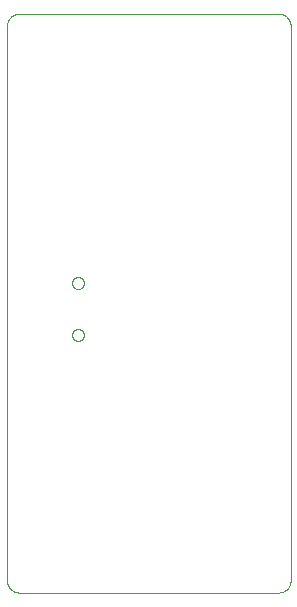
<source format=gbo>
G75*
%MOIN*%
%OFA0B0*%
%FSLAX25Y25*%
%IPPOS*%
%LPD*%
%AMOC8*
5,1,8,0,0,1.08239X$1,22.5*
%
%ADD10C,0.00000*%
D10*
X0001500Y0005437D02*
X0001500Y0190476D01*
X0001502Y0190600D01*
X0001508Y0190723D01*
X0001517Y0190847D01*
X0001531Y0190969D01*
X0001548Y0191092D01*
X0001570Y0191214D01*
X0001595Y0191335D01*
X0001624Y0191455D01*
X0001656Y0191574D01*
X0001693Y0191693D01*
X0001733Y0191810D01*
X0001776Y0191925D01*
X0001824Y0192040D01*
X0001875Y0192152D01*
X0001929Y0192263D01*
X0001987Y0192373D01*
X0002048Y0192480D01*
X0002113Y0192586D01*
X0002181Y0192689D01*
X0002252Y0192790D01*
X0002326Y0192889D01*
X0002403Y0192986D01*
X0002484Y0193080D01*
X0002567Y0193171D01*
X0002653Y0193260D01*
X0002742Y0193346D01*
X0002833Y0193429D01*
X0002927Y0193510D01*
X0003024Y0193587D01*
X0003123Y0193661D01*
X0003224Y0193732D01*
X0003327Y0193800D01*
X0003433Y0193865D01*
X0003540Y0193926D01*
X0003650Y0193984D01*
X0003761Y0194038D01*
X0003873Y0194089D01*
X0003988Y0194137D01*
X0004103Y0194180D01*
X0004220Y0194220D01*
X0004339Y0194257D01*
X0004458Y0194289D01*
X0004578Y0194318D01*
X0004699Y0194343D01*
X0004821Y0194365D01*
X0004944Y0194382D01*
X0005066Y0194396D01*
X0005190Y0194405D01*
X0005313Y0194411D01*
X0005437Y0194413D01*
X0092051Y0194413D01*
X0092175Y0194411D01*
X0092298Y0194405D01*
X0092422Y0194396D01*
X0092544Y0194382D01*
X0092667Y0194365D01*
X0092789Y0194343D01*
X0092910Y0194318D01*
X0093030Y0194289D01*
X0093149Y0194257D01*
X0093268Y0194220D01*
X0093385Y0194180D01*
X0093500Y0194137D01*
X0093615Y0194089D01*
X0093727Y0194038D01*
X0093838Y0193984D01*
X0093948Y0193926D01*
X0094055Y0193865D01*
X0094161Y0193800D01*
X0094264Y0193732D01*
X0094365Y0193661D01*
X0094464Y0193587D01*
X0094561Y0193510D01*
X0094655Y0193429D01*
X0094746Y0193346D01*
X0094835Y0193260D01*
X0094921Y0193171D01*
X0095004Y0193080D01*
X0095085Y0192986D01*
X0095162Y0192889D01*
X0095236Y0192790D01*
X0095307Y0192689D01*
X0095375Y0192586D01*
X0095440Y0192480D01*
X0095501Y0192373D01*
X0095559Y0192263D01*
X0095613Y0192152D01*
X0095664Y0192040D01*
X0095712Y0191925D01*
X0095755Y0191810D01*
X0095795Y0191693D01*
X0095832Y0191574D01*
X0095864Y0191455D01*
X0095893Y0191335D01*
X0095918Y0191214D01*
X0095940Y0191092D01*
X0095957Y0190969D01*
X0095971Y0190847D01*
X0095980Y0190723D01*
X0095986Y0190600D01*
X0095988Y0190476D01*
X0095988Y0005437D01*
X0095986Y0005313D01*
X0095980Y0005190D01*
X0095971Y0005066D01*
X0095957Y0004944D01*
X0095940Y0004821D01*
X0095918Y0004699D01*
X0095893Y0004578D01*
X0095864Y0004458D01*
X0095832Y0004339D01*
X0095795Y0004220D01*
X0095755Y0004103D01*
X0095712Y0003988D01*
X0095664Y0003873D01*
X0095613Y0003761D01*
X0095559Y0003650D01*
X0095501Y0003540D01*
X0095440Y0003433D01*
X0095375Y0003327D01*
X0095307Y0003224D01*
X0095236Y0003123D01*
X0095162Y0003024D01*
X0095085Y0002927D01*
X0095004Y0002833D01*
X0094921Y0002742D01*
X0094835Y0002653D01*
X0094746Y0002567D01*
X0094655Y0002484D01*
X0094561Y0002403D01*
X0094464Y0002326D01*
X0094365Y0002252D01*
X0094264Y0002181D01*
X0094161Y0002113D01*
X0094055Y0002048D01*
X0093948Y0001987D01*
X0093838Y0001929D01*
X0093727Y0001875D01*
X0093615Y0001824D01*
X0093500Y0001776D01*
X0093385Y0001733D01*
X0093268Y0001693D01*
X0093149Y0001656D01*
X0093030Y0001624D01*
X0092910Y0001595D01*
X0092789Y0001570D01*
X0092667Y0001548D01*
X0092544Y0001531D01*
X0092422Y0001517D01*
X0092298Y0001508D01*
X0092175Y0001502D01*
X0092051Y0001500D01*
X0005437Y0001500D01*
X0005313Y0001502D01*
X0005190Y0001508D01*
X0005066Y0001517D01*
X0004944Y0001531D01*
X0004821Y0001548D01*
X0004699Y0001570D01*
X0004578Y0001595D01*
X0004458Y0001624D01*
X0004339Y0001656D01*
X0004220Y0001693D01*
X0004103Y0001733D01*
X0003988Y0001776D01*
X0003873Y0001824D01*
X0003761Y0001875D01*
X0003650Y0001929D01*
X0003540Y0001987D01*
X0003433Y0002048D01*
X0003327Y0002113D01*
X0003224Y0002181D01*
X0003123Y0002252D01*
X0003024Y0002326D01*
X0002927Y0002403D01*
X0002833Y0002484D01*
X0002742Y0002567D01*
X0002653Y0002653D01*
X0002567Y0002742D01*
X0002484Y0002833D01*
X0002403Y0002927D01*
X0002326Y0003024D01*
X0002252Y0003123D01*
X0002181Y0003224D01*
X0002113Y0003327D01*
X0002048Y0003433D01*
X0001987Y0003540D01*
X0001929Y0003650D01*
X0001875Y0003761D01*
X0001824Y0003873D01*
X0001776Y0003988D01*
X0001733Y0004103D01*
X0001693Y0004220D01*
X0001656Y0004339D01*
X0001624Y0004458D01*
X0001595Y0004578D01*
X0001570Y0004699D01*
X0001548Y0004821D01*
X0001531Y0004944D01*
X0001517Y0005066D01*
X0001508Y0005190D01*
X0001502Y0005313D01*
X0001500Y0005437D01*
X0023153Y0087327D02*
X0023155Y0087415D01*
X0023161Y0087503D01*
X0023171Y0087591D01*
X0023185Y0087679D01*
X0023202Y0087765D01*
X0023224Y0087851D01*
X0023249Y0087935D01*
X0023279Y0088019D01*
X0023311Y0088101D01*
X0023348Y0088181D01*
X0023388Y0088260D01*
X0023432Y0088337D01*
X0023479Y0088412D01*
X0023529Y0088484D01*
X0023583Y0088555D01*
X0023639Y0088622D01*
X0023699Y0088688D01*
X0023761Y0088750D01*
X0023827Y0088810D01*
X0023894Y0088866D01*
X0023965Y0088920D01*
X0024037Y0088970D01*
X0024112Y0089017D01*
X0024189Y0089061D01*
X0024268Y0089101D01*
X0024348Y0089138D01*
X0024430Y0089170D01*
X0024514Y0089200D01*
X0024598Y0089225D01*
X0024684Y0089247D01*
X0024770Y0089264D01*
X0024858Y0089278D01*
X0024946Y0089288D01*
X0025034Y0089294D01*
X0025122Y0089296D01*
X0025210Y0089294D01*
X0025298Y0089288D01*
X0025386Y0089278D01*
X0025474Y0089264D01*
X0025560Y0089247D01*
X0025646Y0089225D01*
X0025730Y0089200D01*
X0025814Y0089170D01*
X0025896Y0089138D01*
X0025976Y0089101D01*
X0026055Y0089061D01*
X0026132Y0089017D01*
X0026207Y0088970D01*
X0026279Y0088920D01*
X0026350Y0088866D01*
X0026417Y0088810D01*
X0026483Y0088750D01*
X0026545Y0088688D01*
X0026605Y0088622D01*
X0026661Y0088555D01*
X0026715Y0088484D01*
X0026765Y0088412D01*
X0026812Y0088337D01*
X0026856Y0088260D01*
X0026896Y0088181D01*
X0026933Y0088101D01*
X0026965Y0088019D01*
X0026995Y0087935D01*
X0027020Y0087851D01*
X0027042Y0087765D01*
X0027059Y0087679D01*
X0027073Y0087591D01*
X0027083Y0087503D01*
X0027089Y0087415D01*
X0027091Y0087327D01*
X0027089Y0087239D01*
X0027083Y0087151D01*
X0027073Y0087063D01*
X0027059Y0086975D01*
X0027042Y0086889D01*
X0027020Y0086803D01*
X0026995Y0086719D01*
X0026965Y0086635D01*
X0026933Y0086553D01*
X0026896Y0086473D01*
X0026856Y0086394D01*
X0026812Y0086317D01*
X0026765Y0086242D01*
X0026715Y0086170D01*
X0026661Y0086099D01*
X0026605Y0086032D01*
X0026545Y0085966D01*
X0026483Y0085904D01*
X0026417Y0085844D01*
X0026350Y0085788D01*
X0026279Y0085734D01*
X0026207Y0085684D01*
X0026132Y0085637D01*
X0026055Y0085593D01*
X0025976Y0085553D01*
X0025896Y0085516D01*
X0025814Y0085484D01*
X0025730Y0085454D01*
X0025646Y0085429D01*
X0025560Y0085407D01*
X0025474Y0085390D01*
X0025386Y0085376D01*
X0025298Y0085366D01*
X0025210Y0085360D01*
X0025122Y0085358D01*
X0025034Y0085360D01*
X0024946Y0085366D01*
X0024858Y0085376D01*
X0024770Y0085390D01*
X0024684Y0085407D01*
X0024598Y0085429D01*
X0024514Y0085454D01*
X0024430Y0085484D01*
X0024348Y0085516D01*
X0024268Y0085553D01*
X0024189Y0085593D01*
X0024112Y0085637D01*
X0024037Y0085684D01*
X0023965Y0085734D01*
X0023894Y0085788D01*
X0023827Y0085844D01*
X0023761Y0085904D01*
X0023699Y0085966D01*
X0023639Y0086032D01*
X0023583Y0086099D01*
X0023529Y0086170D01*
X0023479Y0086242D01*
X0023432Y0086317D01*
X0023388Y0086394D01*
X0023348Y0086473D01*
X0023311Y0086553D01*
X0023279Y0086635D01*
X0023249Y0086719D01*
X0023224Y0086803D01*
X0023202Y0086889D01*
X0023185Y0086975D01*
X0023171Y0087063D01*
X0023161Y0087151D01*
X0023155Y0087239D01*
X0023153Y0087327D01*
X0023153Y0104650D02*
X0023155Y0104738D01*
X0023161Y0104826D01*
X0023171Y0104914D01*
X0023185Y0105002D01*
X0023202Y0105088D01*
X0023224Y0105174D01*
X0023249Y0105258D01*
X0023279Y0105342D01*
X0023311Y0105424D01*
X0023348Y0105504D01*
X0023388Y0105583D01*
X0023432Y0105660D01*
X0023479Y0105735D01*
X0023529Y0105807D01*
X0023583Y0105878D01*
X0023639Y0105945D01*
X0023699Y0106011D01*
X0023761Y0106073D01*
X0023827Y0106133D01*
X0023894Y0106189D01*
X0023965Y0106243D01*
X0024037Y0106293D01*
X0024112Y0106340D01*
X0024189Y0106384D01*
X0024268Y0106424D01*
X0024348Y0106461D01*
X0024430Y0106493D01*
X0024514Y0106523D01*
X0024598Y0106548D01*
X0024684Y0106570D01*
X0024770Y0106587D01*
X0024858Y0106601D01*
X0024946Y0106611D01*
X0025034Y0106617D01*
X0025122Y0106619D01*
X0025210Y0106617D01*
X0025298Y0106611D01*
X0025386Y0106601D01*
X0025474Y0106587D01*
X0025560Y0106570D01*
X0025646Y0106548D01*
X0025730Y0106523D01*
X0025814Y0106493D01*
X0025896Y0106461D01*
X0025976Y0106424D01*
X0026055Y0106384D01*
X0026132Y0106340D01*
X0026207Y0106293D01*
X0026279Y0106243D01*
X0026350Y0106189D01*
X0026417Y0106133D01*
X0026483Y0106073D01*
X0026545Y0106011D01*
X0026605Y0105945D01*
X0026661Y0105878D01*
X0026715Y0105807D01*
X0026765Y0105735D01*
X0026812Y0105660D01*
X0026856Y0105583D01*
X0026896Y0105504D01*
X0026933Y0105424D01*
X0026965Y0105342D01*
X0026995Y0105258D01*
X0027020Y0105174D01*
X0027042Y0105088D01*
X0027059Y0105002D01*
X0027073Y0104914D01*
X0027083Y0104826D01*
X0027089Y0104738D01*
X0027091Y0104650D01*
X0027089Y0104562D01*
X0027083Y0104474D01*
X0027073Y0104386D01*
X0027059Y0104298D01*
X0027042Y0104212D01*
X0027020Y0104126D01*
X0026995Y0104042D01*
X0026965Y0103958D01*
X0026933Y0103876D01*
X0026896Y0103796D01*
X0026856Y0103717D01*
X0026812Y0103640D01*
X0026765Y0103565D01*
X0026715Y0103493D01*
X0026661Y0103422D01*
X0026605Y0103355D01*
X0026545Y0103289D01*
X0026483Y0103227D01*
X0026417Y0103167D01*
X0026350Y0103111D01*
X0026279Y0103057D01*
X0026207Y0103007D01*
X0026132Y0102960D01*
X0026055Y0102916D01*
X0025976Y0102876D01*
X0025896Y0102839D01*
X0025814Y0102807D01*
X0025730Y0102777D01*
X0025646Y0102752D01*
X0025560Y0102730D01*
X0025474Y0102713D01*
X0025386Y0102699D01*
X0025298Y0102689D01*
X0025210Y0102683D01*
X0025122Y0102681D01*
X0025034Y0102683D01*
X0024946Y0102689D01*
X0024858Y0102699D01*
X0024770Y0102713D01*
X0024684Y0102730D01*
X0024598Y0102752D01*
X0024514Y0102777D01*
X0024430Y0102807D01*
X0024348Y0102839D01*
X0024268Y0102876D01*
X0024189Y0102916D01*
X0024112Y0102960D01*
X0024037Y0103007D01*
X0023965Y0103057D01*
X0023894Y0103111D01*
X0023827Y0103167D01*
X0023761Y0103227D01*
X0023699Y0103289D01*
X0023639Y0103355D01*
X0023583Y0103422D01*
X0023529Y0103493D01*
X0023479Y0103565D01*
X0023432Y0103640D01*
X0023388Y0103717D01*
X0023348Y0103796D01*
X0023311Y0103876D01*
X0023279Y0103958D01*
X0023249Y0104042D01*
X0023224Y0104126D01*
X0023202Y0104212D01*
X0023185Y0104298D01*
X0023171Y0104386D01*
X0023161Y0104474D01*
X0023155Y0104562D01*
X0023153Y0104650D01*
M02*

</source>
